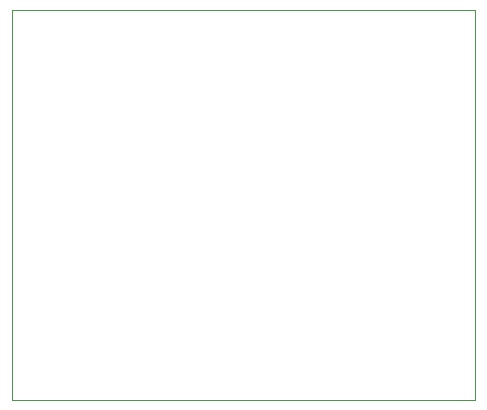
<source format=gbr>
%TF.GenerationSoftware,KiCad,Pcbnew,(6.0.4)*%
%TF.CreationDate,2022-05-05T09:19:18-04:00*%
%TF.ProjectId,preamp,70726561-6d70-42e6-9b69-6361645f7063,rev?*%
%TF.SameCoordinates,Original*%
%TF.FileFunction,Profile,NP*%
%FSLAX46Y46*%
G04 Gerber Fmt 4.6, Leading zero omitted, Abs format (unit mm)*
G04 Created by KiCad (PCBNEW (6.0.4)) date 2022-05-05 09:19:18*
%MOMM*%
%LPD*%
G01*
G04 APERTURE LIST*
%TA.AperFunction,Profile*%
%ADD10C,0.100000*%
%TD*%
G04 APERTURE END LIST*
D10*
X131200000Y-98000000D02*
X92000000Y-98000000D01*
X92000000Y-98000000D02*
X92000000Y-65000000D01*
X92000000Y-65000000D02*
X131200000Y-65000000D01*
X131200000Y-65000000D02*
X131200000Y-98000000D01*
M02*

</source>
